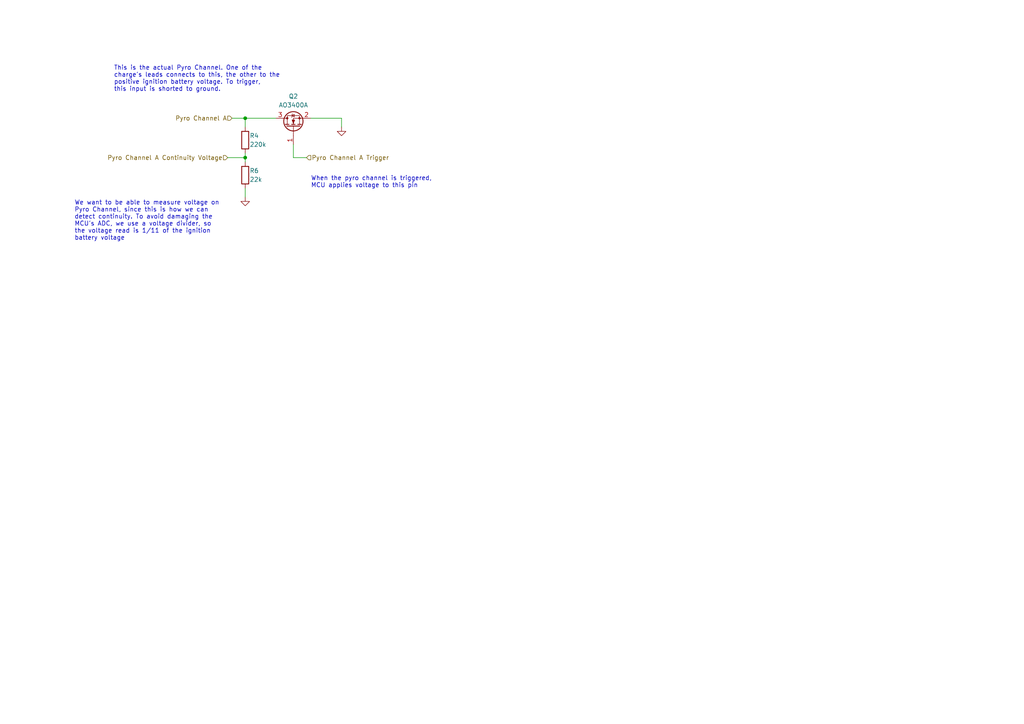
<source format=kicad_sch>
(kicad_sch (version 20230121) (generator eeschema)
  (paper "A4")
  (title_block (title "Pyrotechnic Channels") (date "2023-09-23") (rev "0.5"))
  (lib_symbols
    (symbol "Device:R" (pin_numbers hide) (pin_names (offset 0))
      (property "Reference" "R" (at 2.032 0 90))
      (property "Value" "R" (at 0 0 90))
      (symbol "R_0_1"
        (rectangle (start -1.016 -2.54) (end 1.016 2.54) (stroke (width 0.254)))
      )
      (symbol "R_1_1"
        (pin passive line (at 0 3.81 270) (length 1.27) (name "~") (number "1"))
        (pin passive line (at 0 -3.81 90) (length 1.27) (name "~") (number "2"))
      )
    )
    (symbol "Transistor_FET:AO3400A" (pin_names hide)
      (property "Reference" "Q" (at 5.08 1.905 0))
      (property "Value" "AO3400A" (at 5.08 0 0))
      (symbol "AO3400A_0_1"
        (polyline (pts (xy 0.254 0) (xy -2.54 0)))
        (polyline (pts (xy 0.254 1.905) (xy 0.254 -1.905)) (stroke (width 0.254)))
        (polyline (pts (xy 0.762 -1.27) (xy 0.762 -2.286)) (stroke (width 0.254)))
        (polyline (pts (xy 0.762 0.508) (xy 0.762 -0.508)) (stroke (width 0.254)))
        (polyline (pts (xy 0.762 2.286) (xy 0.762 1.27)) (stroke (width 0.254)))
        (polyline (pts (xy 2.54 2.54) (xy 2.54 1.778)))
        (polyline (pts (xy 2.54 -2.54) (xy 2.54 0) (xy 0.762 0)))
        (polyline (pts (xy 0.762 -1.778) (xy 3.302 -1.778) (xy 3.302 1.778) (xy 0.762 1.778)))
        (polyline (pts (xy 1.016 0) (xy 2.032 0.381) (xy 2.032 -0.381) (xy 1.016 0)) (fill (type outline)))
        (polyline (pts (xy 2.794 0.508) (xy 2.921 0.381) (xy 3.683 0.381) (xy 3.81 0.254)))
        (polyline (pts (xy 3.302 0.381) (xy 2.921 -0.254) (xy 3.683 -0.254) (xy 3.302 0.381)))
        (circle (center 1.651 0) (radius 2.794) (stroke (width 0.254)))
        (circle (center 2.54 -1.778) (radius 0.254) (fill (type outline)))
        (circle (center 2.54 1.778) (radius 0.254) (fill (type outline)))
      )
      (symbol "AO3400A_1_1"
        (pin input line (at -5.08 0 0) (length 2.54) (name "G") (number "1"))
        (pin passive line (at 2.54 -5.08 90) (length 2.54) (name "S") (number "2"))
        (pin passive line (at 2.54 5.08 270) (length 2.54) (name "D") (number "3"))
      )
    )
    (symbol "power:GND" (power) (pin_names (offset 0))
      (property "Value" "GND" (at 0 -3.81 0))
      (symbol "GND_0_1"
        (polyline (pts (xy 0 0) (xy 0 -1.27) (xy 1.27 -1.27) (xy 0 -2.54) (xy -1.27 -1.27) (xy 0 -1.27)))
      )
      (symbol "GND_1_1"
        (pin power_in line (at 0 0 270) (length 0) hide (name "GND") (number "1"))
      )
    )
  )
  (junction (at 71.12 34.29))
  (junction (at 71.12 45.72))
  (wire (pts (xy 71.12 34.29) (xy 80.01 34.29)))
  (wire (pts (xy 71.12 54.61) (xy 71.12 57.15)))
  (wire (pts (xy 71.12 34.29) (xy 71.12 36.83)))
  (wire (pts (xy 71.12 45.72) (xy 71.12 46.99)))
  (wire (pts (xy 66.04 45.72) (xy 71.12 45.72)))
  (wire (pts (xy 90.17 34.29) (xy 99.06 34.29)))
  (wire (pts (xy 85.09 45.72) (xy 88.9 45.72)))
  (wire (pts (xy 85.09 45.72) (xy 85.09 41.91)))
  (wire (pts (xy 71.12 44.45) (xy 71.12 45.72)))
  (wire (pts (xy 67.31 34.29) (xy 71.12 34.29)))
  (wire (pts (xy 99.06 34.29) (xy 99.06 36.83)))
  (text "When the pyro channel is triggered, \nMCU applies voltage to this pin" (at 90.17 54.61 0) (effects (font (size 1.27 1.27)) (justify left bottom)))
  (text "This is the actual Pyro Channel. One of the\ncharge's leads connects to this, the other to the\npositive ignition battery voltage. To trigger,\nthis input is shorted to ground." (at 33.02 26.67 0) (effects (font (size 1.27 1.27)) (justify left bottom)))
  (text "We want to be able to measure voltage on\nPyro Channel, since this is how we can\ndetect continuity. To avoid damaging the\nMCU's ADC, we use a voltage divider, so\nthe voltage read is 1/11 of the ignition\nbattery voltage" (at 21.59 69.85 0) (effects (font (size 1.27 1.27)) (justify left bottom)))
  (hierarchical_label "Pyro Channel A Trigger" (shape input) (at 88.9 45.72 0))
  (hierarchical_label "Pyro Channel A Continuity Voltage" (shape input) (at 66.04 45.72 180))
  (hierarchical_label "Pyro Channel A" (shape input) (at 67.31 34.29 180))
  (symbol (lib_id "power:GND") (at 99.06 36.83 0) (unit 1)
    (property "Reference" "#PWR032" (effects hide))
    (property "Value" "GND" (effects hide))
  )
  (symbol (lib_id "Device:R") (at 71.12 50.8 0) (unit 1)
    (property "Reference" "R6" (at 72.39 49.53 0) (effects (justify left)))
    (property "Value" "22k" (at 72.39 52.07 0) (effects (justify left)))
  )
  (symbol (lib_id "power:GND") (at 71.12 57.15 0) (unit 1)
    (property "Reference" "#PWR033" (effects hide))
    (property "Value" "GND" (effects hide))
  )
  (symbol (lib_id "Transistor_FET:AO3400A") (at 85.09 36.83 90) (unit 1)
    (property "Reference" "Q2" (at 85.09 27.94 90))
    (property "Value" "AO3400A" (at 85.09 30.48 90))
    (property "Footprint" "Package_TO_SOT_SMD:SOT-23" (effects hide))
    (property "Datasheet" "http://www.aosmd.com/pdfs/datasheet/AO3400A.pdf" (effects hide))
  )
  (symbol (lib_id "Device:R") (at 71.12 40.64 0) (unit 1)
    (property "Reference" "R4" (at 72.39 39.37 0) (effects (justify left)))
    (property "Value" "220k" (at 72.39 41.91 0) (effects (justify left)))
  )
)
</source>
